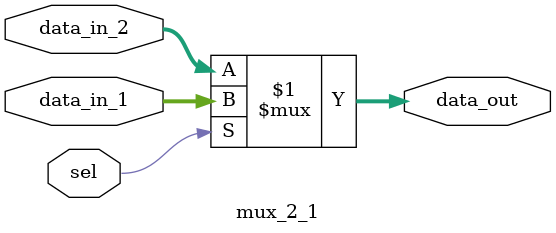
<source format=v>
module mux_2_1 (sel, data_in_1, data_in_2, data_out);
parameter DATA_WIDTH = 8;
input sel;
input [(DATA_WIDTH-1):0] data_in_1, data_in_2;
output [(DATA_WIDTH-1):0] data_out;

assign data_out = sel ?     data_in_1:
                            data_in_2;
endmodule

</source>
